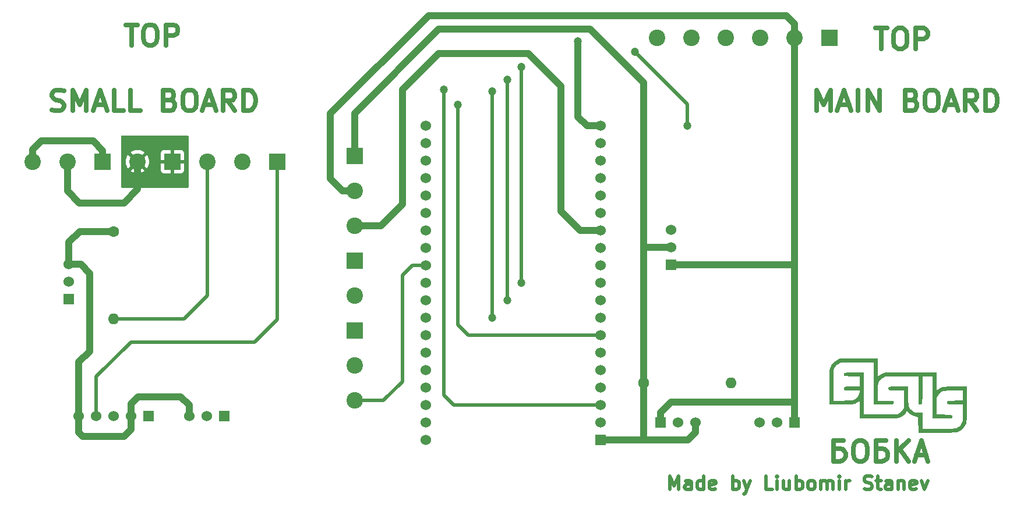
<source format=gbr>
%TF.GenerationSoftware,KiCad,Pcbnew,7.0.9*%
%TF.CreationDate,2024-02-04T14:24:29+02:00*%
%TF.ProjectId,Liubomir_Stanev_project,4c697562-6f6d-4697-925f-5374616e6576,rev?*%
%TF.SameCoordinates,Original*%
%TF.FileFunction,Copper,L1,Top*%
%TF.FilePolarity,Positive*%
%FSLAX46Y46*%
G04 Gerber Fmt 4.6, Leading zero omitted, Abs format (unit mm)*
G04 Created by KiCad (PCBNEW 7.0.9) date 2024-02-04 14:24:29*
%MOMM*%
%LPD*%
G01*
G04 APERTURE LIST*
%ADD10C,0.500000*%
%TA.AperFunction,NonConductor*%
%ADD11C,0.500000*%
%TD*%
%ADD12C,0.700000*%
%TA.AperFunction,NonConductor*%
%ADD13C,0.700000*%
%TD*%
%TA.AperFunction,ComponentPad*%
%ADD14R,1.530000X1.530000*%
%TD*%
%TA.AperFunction,ComponentPad*%
%ADD15C,1.530000*%
%TD*%
%TA.AperFunction,ComponentPad*%
%ADD16C,1.600000*%
%TD*%
%TA.AperFunction,ComponentPad*%
%ADD17O,1.600000X1.600000*%
%TD*%
%TA.AperFunction,ComponentPad*%
%ADD18R,2.400000X2.400000*%
%TD*%
%TA.AperFunction,ComponentPad*%
%ADD19C,2.400000*%
%TD*%
%TA.AperFunction,ViaPad*%
%ADD20C,1.200000*%
%TD*%
%TA.AperFunction,Conductor*%
%ADD21C,1.000000*%
%TD*%
%TA.AperFunction,Conductor*%
%ADD22C,0.500000*%
%TD*%
G04 APERTURE END LIST*
D10*
D11*
X146805137Y-110729238D02*
X146805137Y-108729238D01*
X146805137Y-108729238D02*
X147471804Y-110157809D01*
X147471804Y-110157809D02*
X148138470Y-108729238D01*
X148138470Y-108729238D02*
X148138470Y-110729238D01*
X149947994Y-110729238D02*
X149947994Y-109681619D01*
X149947994Y-109681619D02*
X149852756Y-109491142D01*
X149852756Y-109491142D02*
X149662280Y-109395904D01*
X149662280Y-109395904D02*
X149281327Y-109395904D01*
X149281327Y-109395904D02*
X149090851Y-109491142D01*
X149947994Y-110634000D02*
X149757518Y-110729238D01*
X149757518Y-110729238D02*
X149281327Y-110729238D01*
X149281327Y-110729238D02*
X149090851Y-110634000D01*
X149090851Y-110634000D02*
X148995613Y-110443523D01*
X148995613Y-110443523D02*
X148995613Y-110253047D01*
X148995613Y-110253047D02*
X149090851Y-110062571D01*
X149090851Y-110062571D02*
X149281327Y-109967333D01*
X149281327Y-109967333D02*
X149757518Y-109967333D01*
X149757518Y-109967333D02*
X149947994Y-109872095D01*
X151757518Y-110729238D02*
X151757518Y-108729238D01*
X151757518Y-110634000D02*
X151567042Y-110729238D01*
X151567042Y-110729238D02*
X151186089Y-110729238D01*
X151186089Y-110729238D02*
X150995613Y-110634000D01*
X150995613Y-110634000D02*
X150900375Y-110538761D01*
X150900375Y-110538761D02*
X150805137Y-110348285D01*
X150805137Y-110348285D02*
X150805137Y-109776857D01*
X150805137Y-109776857D02*
X150900375Y-109586380D01*
X150900375Y-109586380D02*
X150995613Y-109491142D01*
X150995613Y-109491142D02*
X151186089Y-109395904D01*
X151186089Y-109395904D02*
X151567042Y-109395904D01*
X151567042Y-109395904D02*
X151757518Y-109491142D01*
X153471804Y-110634000D02*
X153281328Y-110729238D01*
X153281328Y-110729238D02*
X152900375Y-110729238D01*
X152900375Y-110729238D02*
X152709899Y-110634000D01*
X152709899Y-110634000D02*
X152614661Y-110443523D01*
X152614661Y-110443523D02*
X152614661Y-109681619D01*
X152614661Y-109681619D02*
X152709899Y-109491142D01*
X152709899Y-109491142D02*
X152900375Y-109395904D01*
X152900375Y-109395904D02*
X153281328Y-109395904D01*
X153281328Y-109395904D02*
X153471804Y-109491142D01*
X153471804Y-109491142D02*
X153567042Y-109681619D01*
X153567042Y-109681619D02*
X153567042Y-109872095D01*
X153567042Y-109872095D02*
X152614661Y-110062571D01*
X155947995Y-110729238D02*
X155947995Y-108729238D01*
X155947995Y-109491142D02*
X156138471Y-109395904D01*
X156138471Y-109395904D02*
X156519424Y-109395904D01*
X156519424Y-109395904D02*
X156709900Y-109491142D01*
X156709900Y-109491142D02*
X156805138Y-109586380D01*
X156805138Y-109586380D02*
X156900376Y-109776857D01*
X156900376Y-109776857D02*
X156900376Y-110348285D01*
X156900376Y-110348285D02*
X156805138Y-110538761D01*
X156805138Y-110538761D02*
X156709900Y-110634000D01*
X156709900Y-110634000D02*
X156519424Y-110729238D01*
X156519424Y-110729238D02*
X156138471Y-110729238D01*
X156138471Y-110729238D02*
X155947995Y-110634000D01*
X157567043Y-109395904D02*
X158043233Y-110729238D01*
X158519424Y-109395904D02*
X158043233Y-110729238D01*
X158043233Y-110729238D02*
X157852757Y-111205428D01*
X157852757Y-111205428D02*
X157757519Y-111300666D01*
X157757519Y-111300666D02*
X157567043Y-111395904D01*
X161757520Y-110729238D02*
X160805139Y-110729238D01*
X160805139Y-110729238D02*
X160805139Y-108729238D01*
X162424187Y-110729238D02*
X162424187Y-109395904D01*
X162424187Y-108729238D02*
X162328949Y-108824476D01*
X162328949Y-108824476D02*
X162424187Y-108919714D01*
X162424187Y-108919714D02*
X162519425Y-108824476D01*
X162519425Y-108824476D02*
X162424187Y-108729238D01*
X162424187Y-108729238D02*
X162424187Y-108919714D01*
X164233711Y-109395904D02*
X164233711Y-110729238D01*
X163376568Y-109395904D02*
X163376568Y-110443523D01*
X163376568Y-110443523D02*
X163471806Y-110634000D01*
X163471806Y-110634000D02*
X163662282Y-110729238D01*
X163662282Y-110729238D02*
X163947997Y-110729238D01*
X163947997Y-110729238D02*
X164138473Y-110634000D01*
X164138473Y-110634000D02*
X164233711Y-110538761D01*
X165186092Y-110729238D02*
X165186092Y-108729238D01*
X165186092Y-109491142D02*
X165376568Y-109395904D01*
X165376568Y-109395904D02*
X165757521Y-109395904D01*
X165757521Y-109395904D02*
X165947997Y-109491142D01*
X165947997Y-109491142D02*
X166043235Y-109586380D01*
X166043235Y-109586380D02*
X166138473Y-109776857D01*
X166138473Y-109776857D02*
X166138473Y-110348285D01*
X166138473Y-110348285D02*
X166043235Y-110538761D01*
X166043235Y-110538761D02*
X165947997Y-110634000D01*
X165947997Y-110634000D02*
X165757521Y-110729238D01*
X165757521Y-110729238D02*
X165376568Y-110729238D01*
X165376568Y-110729238D02*
X165186092Y-110634000D01*
X167281330Y-110729238D02*
X167090854Y-110634000D01*
X167090854Y-110634000D02*
X166995616Y-110538761D01*
X166995616Y-110538761D02*
X166900378Y-110348285D01*
X166900378Y-110348285D02*
X166900378Y-109776857D01*
X166900378Y-109776857D02*
X166995616Y-109586380D01*
X166995616Y-109586380D02*
X167090854Y-109491142D01*
X167090854Y-109491142D02*
X167281330Y-109395904D01*
X167281330Y-109395904D02*
X167567045Y-109395904D01*
X167567045Y-109395904D02*
X167757521Y-109491142D01*
X167757521Y-109491142D02*
X167852759Y-109586380D01*
X167852759Y-109586380D02*
X167947997Y-109776857D01*
X167947997Y-109776857D02*
X167947997Y-110348285D01*
X167947997Y-110348285D02*
X167852759Y-110538761D01*
X167852759Y-110538761D02*
X167757521Y-110634000D01*
X167757521Y-110634000D02*
X167567045Y-110729238D01*
X167567045Y-110729238D02*
X167281330Y-110729238D01*
X168805140Y-110729238D02*
X168805140Y-109395904D01*
X168805140Y-109586380D02*
X168900378Y-109491142D01*
X168900378Y-109491142D02*
X169090854Y-109395904D01*
X169090854Y-109395904D02*
X169376569Y-109395904D01*
X169376569Y-109395904D02*
X169567045Y-109491142D01*
X169567045Y-109491142D02*
X169662283Y-109681619D01*
X169662283Y-109681619D02*
X169662283Y-110729238D01*
X169662283Y-109681619D02*
X169757521Y-109491142D01*
X169757521Y-109491142D02*
X169947997Y-109395904D01*
X169947997Y-109395904D02*
X170233711Y-109395904D01*
X170233711Y-109395904D02*
X170424188Y-109491142D01*
X170424188Y-109491142D02*
X170519426Y-109681619D01*
X170519426Y-109681619D02*
X170519426Y-110729238D01*
X171471807Y-110729238D02*
X171471807Y-109395904D01*
X171471807Y-108729238D02*
X171376569Y-108824476D01*
X171376569Y-108824476D02*
X171471807Y-108919714D01*
X171471807Y-108919714D02*
X171567045Y-108824476D01*
X171567045Y-108824476D02*
X171471807Y-108729238D01*
X171471807Y-108729238D02*
X171471807Y-108919714D01*
X172424188Y-110729238D02*
X172424188Y-109395904D01*
X172424188Y-109776857D02*
X172519426Y-109586380D01*
X172519426Y-109586380D02*
X172614664Y-109491142D01*
X172614664Y-109491142D02*
X172805140Y-109395904D01*
X172805140Y-109395904D02*
X172995617Y-109395904D01*
X175090855Y-110634000D02*
X175376569Y-110729238D01*
X175376569Y-110729238D02*
X175852760Y-110729238D01*
X175852760Y-110729238D02*
X176043236Y-110634000D01*
X176043236Y-110634000D02*
X176138474Y-110538761D01*
X176138474Y-110538761D02*
X176233712Y-110348285D01*
X176233712Y-110348285D02*
X176233712Y-110157809D01*
X176233712Y-110157809D02*
X176138474Y-109967333D01*
X176138474Y-109967333D02*
X176043236Y-109872095D01*
X176043236Y-109872095D02*
X175852760Y-109776857D01*
X175852760Y-109776857D02*
X175471807Y-109681619D01*
X175471807Y-109681619D02*
X175281331Y-109586380D01*
X175281331Y-109586380D02*
X175186093Y-109491142D01*
X175186093Y-109491142D02*
X175090855Y-109300666D01*
X175090855Y-109300666D02*
X175090855Y-109110190D01*
X175090855Y-109110190D02*
X175186093Y-108919714D01*
X175186093Y-108919714D02*
X175281331Y-108824476D01*
X175281331Y-108824476D02*
X175471807Y-108729238D01*
X175471807Y-108729238D02*
X175947998Y-108729238D01*
X175947998Y-108729238D02*
X176233712Y-108824476D01*
X176805141Y-109395904D02*
X177567045Y-109395904D01*
X177090855Y-108729238D02*
X177090855Y-110443523D01*
X177090855Y-110443523D02*
X177186093Y-110634000D01*
X177186093Y-110634000D02*
X177376569Y-110729238D01*
X177376569Y-110729238D02*
X177567045Y-110729238D01*
X179090855Y-110729238D02*
X179090855Y-109681619D01*
X179090855Y-109681619D02*
X178995617Y-109491142D01*
X178995617Y-109491142D02*
X178805141Y-109395904D01*
X178805141Y-109395904D02*
X178424188Y-109395904D01*
X178424188Y-109395904D02*
X178233712Y-109491142D01*
X179090855Y-110634000D02*
X178900379Y-110729238D01*
X178900379Y-110729238D02*
X178424188Y-110729238D01*
X178424188Y-110729238D02*
X178233712Y-110634000D01*
X178233712Y-110634000D02*
X178138474Y-110443523D01*
X178138474Y-110443523D02*
X178138474Y-110253047D01*
X178138474Y-110253047D02*
X178233712Y-110062571D01*
X178233712Y-110062571D02*
X178424188Y-109967333D01*
X178424188Y-109967333D02*
X178900379Y-109967333D01*
X178900379Y-109967333D02*
X179090855Y-109872095D01*
X180043236Y-109395904D02*
X180043236Y-110729238D01*
X180043236Y-109586380D02*
X180138474Y-109491142D01*
X180138474Y-109491142D02*
X180328950Y-109395904D01*
X180328950Y-109395904D02*
X180614665Y-109395904D01*
X180614665Y-109395904D02*
X180805141Y-109491142D01*
X180805141Y-109491142D02*
X180900379Y-109681619D01*
X180900379Y-109681619D02*
X180900379Y-110729238D01*
X182614665Y-110634000D02*
X182424189Y-110729238D01*
X182424189Y-110729238D02*
X182043236Y-110729238D01*
X182043236Y-110729238D02*
X181852760Y-110634000D01*
X181852760Y-110634000D02*
X181757522Y-110443523D01*
X181757522Y-110443523D02*
X181757522Y-109681619D01*
X181757522Y-109681619D02*
X181852760Y-109491142D01*
X181852760Y-109491142D02*
X182043236Y-109395904D01*
X182043236Y-109395904D02*
X182424189Y-109395904D01*
X182424189Y-109395904D02*
X182614665Y-109491142D01*
X182614665Y-109491142D02*
X182709903Y-109681619D01*
X182709903Y-109681619D02*
X182709903Y-109872095D01*
X182709903Y-109872095D02*
X181757522Y-110062571D01*
X183376570Y-109395904D02*
X183852760Y-110729238D01*
X183852760Y-110729238D02*
X184328951Y-109395904D01*
D12*
D13*
X168174811Y-55596457D02*
X168174811Y-52596457D01*
X168174811Y-52596457D02*
X169174811Y-54739314D01*
X169174811Y-54739314D02*
X170174811Y-52596457D01*
X170174811Y-52596457D02*
X170174811Y-55596457D01*
X171460525Y-54739314D02*
X172889097Y-54739314D01*
X171174811Y-55596457D02*
X172174811Y-52596457D01*
X172174811Y-52596457D02*
X173174811Y-55596457D01*
X174174811Y-55596457D02*
X174174811Y-52596457D01*
X175603382Y-55596457D02*
X175603382Y-52596457D01*
X175603382Y-52596457D02*
X177317668Y-55596457D01*
X177317668Y-55596457D02*
X177317668Y-52596457D01*
X182031953Y-54025028D02*
X182460525Y-54167885D01*
X182460525Y-54167885D02*
X182603382Y-54310742D01*
X182603382Y-54310742D02*
X182746239Y-54596457D01*
X182746239Y-54596457D02*
X182746239Y-55025028D01*
X182746239Y-55025028D02*
X182603382Y-55310742D01*
X182603382Y-55310742D02*
X182460525Y-55453600D01*
X182460525Y-55453600D02*
X182174810Y-55596457D01*
X182174810Y-55596457D02*
X181031953Y-55596457D01*
X181031953Y-55596457D02*
X181031953Y-52596457D01*
X181031953Y-52596457D02*
X182031953Y-52596457D01*
X182031953Y-52596457D02*
X182317668Y-52739314D01*
X182317668Y-52739314D02*
X182460525Y-52882171D01*
X182460525Y-52882171D02*
X182603382Y-53167885D01*
X182603382Y-53167885D02*
X182603382Y-53453600D01*
X182603382Y-53453600D02*
X182460525Y-53739314D01*
X182460525Y-53739314D02*
X182317668Y-53882171D01*
X182317668Y-53882171D02*
X182031953Y-54025028D01*
X182031953Y-54025028D02*
X181031953Y-54025028D01*
X184603382Y-52596457D02*
X185174810Y-52596457D01*
X185174810Y-52596457D02*
X185460525Y-52739314D01*
X185460525Y-52739314D02*
X185746239Y-53025028D01*
X185746239Y-53025028D02*
X185889096Y-53596457D01*
X185889096Y-53596457D02*
X185889096Y-54596457D01*
X185889096Y-54596457D02*
X185746239Y-55167885D01*
X185746239Y-55167885D02*
X185460525Y-55453600D01*
X185460525Y-55453600D02*
X185174810Y-55596457D01*
X185174810Y-55596457D02*
X184603382Y-55596457D01*
X184603382Y-55596457D02*
X184317668Y-55453600D01*
X184317668Y-55453600D02*
X184031953Y-55167885D01*
X184031953Y-55167885D02*
X183889096Y-54596457D01*
X183889096Y-54596457D02*
X183889096Y-53596457D01*
X183889096Y-53596457D02*
X184031953Y-53025028D01*
X184031953Y-53025028D02*
X184317668Y-52739314D01*
X184317668Y-52739314D02*
X184603382Y-52596457D01*
X187031953Y-54739314D02*
X188460525Y-54739314D01*
X186746239Y-55596457D02*
X187746239Y-52596457D01*
X187746239Y-52596457D02*
X188746239Y-55596457D01*
X191460525Y-55596457D02*
X190460525Y-54167885D01*
X189746239Y-55596457D02*
X189746239Y-52596457D01*
X189746239Y-52596457D02*
X190889096Y-52596457D01*
X190889096Y-52596457D02*
X191174811Y-52739314D01*
X191174811Y-52739314D02*
X191317668Y-52882171D01*
X191317668Y-52882171D02*
X191460525Y-53167885D01*
X191460525Y-53167885D02*
X191460525Y-53596457D01*
X191460525Y-53596457D02*
X191317668Y-53882171D01*
X191317668Y-53882171D02*
X191174811Y-54025028D01*
X191174811Y-54025028D02*
X190889096Y-54167885D01*
X190889096Y-54167885D02*
X189746239Y-54167885D01*
X192746239Y-55596457D02*
X192746239Y-52596457D01*
X192746239Y-52596457D02*
X193460525Y-52596457D01*
X193460525Y-52596457D02*
X193889096Y-52739314D01*
X193889096Y-52739314D02*
X194174811Y-53025028D01*
X194174811Y-53025028D02*
X194317668Y-53310742D01*
X194317668Y-53310742D02*
X194460525Y-53882171D01*
X194460525Y-53882171D02*
X194460525Y-54310742D01*
X194460525Y-54310742D02*
X194317668Y-54882171D01*
X194317668Y-54882171D02*
X194174811Y-55167885D01*
X194174811Y-55167885D02*
X193889096Y-55453600D01*
X193889096Y-55453600D02*
X193460525Y-55596457D01*
X193460525Y-55596457D02*
X192746239Y-55596457D01*
D12*
D13*
X57031954Y-55453600D02*
X57460526Y-55596457D01*
X57460526Y-55596457D02*
X58174811Y-55596457D01*
X58174811Y-55596457D02*
X58460526Y-55453600D01*
X58460526Y-55453600D02*
X58603383Y-55310742D01*
X58603383Y-55310742D02*
X58746240Y-55025028D01*
X58746240Y-55025028D02*
X58746240Y-54739314D01*
X58746240Y-54739314D02*
X58603383Y-54453600D01*
X58603383Y-54453600D02*
X58460526Y-54310742D01*
X58460526Y-54310742D02*
X58174811Y-54167885D01*
X58174811Y-54167885D02*
X57603383Y-54025028D01*
X57603383Y-54025028D02*
X57317668Y-53882171D01*
X57317668Y-53882171D02*
X57174811Y-53739314D01*
X57174811Y-53739314D02*
X57031954Y-53453600D01*
X57031954Y-53453600D02*
X57031954Y-53167885D01*
X57031954Y-53167885D02*
X57174811Y-52882171D01*
X57174811Y-52882171D02*
X57317668Y-52739314D01*
X57317668Y-52739314D02*
X57603383Y-52596457D01*
X57603383Y-52596457D02*
X58317668Y-52596457D01*
X58317668Y-52596457D02*
X58746240Y-52739314D01*
X60031954Y-55596457D02*
X60031954Y-52596457D01*
X60031954Y-52596457D02*
X61031954Y-54739314D01*
X61031954Y-54739314D02*
X62031954Y-52596457D01*
X62031954Y-52596457D02*
X62031954Y-55596457D01*
X63317668Y-54739314D02*
X64746240Y-54739314D01*
X63031954Y-55596457D02*
X64031954Y-52596457D01*
X64031954Y-52596457D02*
X65031954Y-55596457D01*
X67460526Y-55596457D02*
X66031954Y-55596457D01*
X66031954Y-55596457D02*
X66031954Y-52596457D01*
X69889097Y-55596457D02*
X68460525Y-55596457D01*
X68460525Y-55596457D02*
X68460525Y-52596457D01*
X74174810Y-54025028D02*
X74603382Y-54167885D01*
X74603382Y-54167885D02*
X74746239Y-54310742D01*
X74746239Y-54310742D02*
X74889096Y-54596457D01*
X74889096Y-54596457D02*
X74889096Y-55025028D01*
X74889096Y-55025028D02*
X74746239Y-55310742D01*
X74746239Y-55310742D02*
X74603382Y-55453600D01*
X74603382Y-55453600D02*
X74317667Y-55596457D01*
X74317667Y-55596457D02*
X73174810Y-55596457D01*
X73174810Y-55596457D02*
X73174810Y-52596457D01*
X73174810Y-52596457D02*
X74174810Y-52596457D01*
X74174810Y-52596457D02*
X74460525Y-52739314D01*
X74460525Y-52739314D02*
X74603382Y-52882171D01*
X74603382Y-52882171D02*
X74746239Y-53167885D01*
X74746239Y-53167885D02*
X74746239Y-53453600D01*
X74746239Y-53453600D02*
X74603382Y-53739314D01*
X74603382Y-53739314D02*
X74460525Y-53882171D01*
X74460525Y-53882171D02*
X74174810Y-54025028D01*
X74174810Y-54025028D02*
X73174810Y-54025028D01*
X76746239Y-52596457D02*
X77317667Y-52596457D01*
X77317667Y-52596457D02*
X77603382Y-52739314D01*
X77603382Y-52739314D02*
X77889096Y-53025028D01*
X77889096Y-53025028D02*
X78031953Y-53596457D01*
X78031953Y-53596457D02*
X78031953Y-54596457D01*
X78031953Y-54596457D02*
X77889096Y-55167885D01*
X77889096Y-55167885D02*
X77603382Y-55453600D01*
X77603382Y-55453600D02*
X77317667Y-55596457D01*
X77317667Y-55596457D02*
X76746239Y-55596457D01*
X76746239Y-55596457D02*
X76460525Y-55453600D01*
X76460525Y-55453600D02*
X76174810Y-55167885D01*
X76174810Y-55167885D02*
X76031953Y-54596457D01*
X76031953Y-54596457D02*
X76031953Y-53596457D01*
X76031953Y-53596457D02*
X76174810Y-53025028D01*
X76174810Y-53025028D02*
X76460525Y-52739314D01*
X76460525Y-52739314D02*
X76746239Y-52596457D01*
X79174810Y-54739314D02*
X80603382Y-54739314D01*
X78889096Y-55596457D02*
X79889096Y-52596457D01*
X79889096Y-52596457D02*
X80889096Y-55596457D01*
X83603382Y-55596457D02*
X82603382Y-54167885D01*
X81889096Y-55596457D02*
X81889096Y-52596457D01*
X81889096Y-52596457D02*
X83031953Y-52596457D01*
X83031953Y-52596457D02*
X83317668Y-52739314D01*
X83317668Y-52739314D02*
X83460525Y-52882171D01*
X83460525Y-52882171D02*
X83603382Y-53167885D01*
X83603382Y-53167885D02*
X83603382Y-53596457D01*
X83603382Y-53596457D02*
X83460525Y-53882171D01*
X83460525Y-53882171D02*
X83317668Y-54025028D01*
X83317668Y-54025028D02*
X83031953Y-54167885D01*
X83031953Y-54167885D02*
X81889096Y-54167885D01*
X84889096Y-55596457D02*
X84889096Y-52596457D01*
X84889096Y-52596457D02*
X85603382Y-52596457D01*
X85603382Y-52596457D02*
X86031953Y-52739314D01*
X86031953Y-52739314D02*
X86317668Y-53025028D01*
X86317668Y-53025028D02*
X86460525Y-53310742D01*
X86460525Y-53310742D02*
X86603382Y-53882171D01*
X86603382Y-53882171D02*
X86603382Y-54310742D01*
X86603382Y-54310742D02*
X86460525Y-54882171D01*
X86460525Y-54882171D02*
X86317668Y-55167885D01*
X86317668Y-55167885D02*
X86031953Y-55453600D01*
X86031953Y-55453600D02*
X85603382Y-55596457D01*
X85603382Y-55596457D02*
X84889096Y-55596457D01*
D12*
D13*
X67746240Y-43096457D02*
X69460526Y-43096457D01*
X68603383Y-46096457D02*
X68603383Y-43096457D01*
X71031954Y-43096457D02*
X71603382Y-43096457D01*
X71603382Y-43096457D02*
X71889097Y-43239314D01*
X71889097Y-43239314D02*
X72174811Y-43525028D01*
X72174811Y-43525028D02*
X72317668Y-44096457D01*
X72317668Y-44096457D02*
X72317668Y-45096457D01*
X72317668Y-45096457D02*
X72174811Y-45667885D01*
X72174811Y-45667885D02*
X71889097Y-45953600D01*
X71889097Y-45953600D02*
X71603382Y-46096457D01*
X71603382Y-46096457D02*
X71031954Y-46096457D01*
X71031954Y-46096457D02*
X70746240Y-45953600D01*
X70746240Y-45953600D02*
X70460525Y-45667885D01*
X70460525Y-45667885D02*
X70317668Y-45096457D01*
X70317668Y-45096457D02*
X70317668Y-44096457D01*
X70317668Y-44096457D02*
X70460525Y-43525028D01*
X70460525Y-43525028D02*
X70746240Y-43239314D01*
X70746240Y-43239314D02*
X71031954Y-43096457D01*
X73603382Y-46096457D02*
X73603382Y-43096457D01*
X73603382Y-43096457D02*
X74746239Y-43096457D01*
X74746239Y-43096457D02*
X75031954Y-43239314D01*
X75031954Y-43239314D02*
X75174811Y-43382171D01*
X75174811Y-43382171D02*
X75317668Y-43667885D01*
X75317668Y-43667885D02*
X75317668Y-44096457D01*
X75317668Y-44096457D02*
X75174811Y-44382171D01*
X75174811Y-44382171D02*
X75031954Y-44525028D01*
X75031954Y-44525028D02*
X74746239Y-44667885D01*
X74746239Y-44667885D02*
X73603382Y-44667885D01*
D12*
D13*
X176746240Y-43596457D02*
X178460526Y-43596457D01*
X177603383Y-46596457D02*
X177603383Y-43596457D01*
X180031954Y-43596457D02*
X180603382Y-43596457D01*
X180603382Y-43596457D02*
X180889097Y-43739314D01*
X180889097Y-43739314D02*
X181174811Y-44025028D01*
X181174811Y-44025028D02*
X181317668Y-44596457D01*
X181317668Y-44596457D02*
X181317668Y-45596457D01*
X181317668Y-45596457D02*
X181174811Y-46167885D01*
X181174811Y-46167885D02*
X180889097Y-46453600D01*
X180889097Y-46453600D02*
X180603382Y-46596457D01*
X180603382Y-46596457D02*
X180031954Y-46596457D01*
X180031954Y-46596457D02*
X179746240Y-46453600D01*
X179746240Y-46453600D02*
X179460525Y-46167885D01*
X179460525Y-46167885D02*
X179317668Y-45596457D01*
X179317668Y-45596457D02*
X179317668Y-44596457D01*
X179317668Y-44596457D02*
X179460525Y-44025028D01*
X179460525Y-44025028D02*
X179746240Y-43739314D01*
X179746240Y-43739314D02*
X180031954Y-43596457D01*
X182603382Y-46596457D02*
X182603382Y-43596457D01*
X182603382Y-43596457D02*
X183746239Y-43596457D01*
X183746239Y-43596457D02*
X184031954Y-43739314D01*
X184031954Y-43739314D02*
X184174811Y-43882171D01*
X184174811Y-43882171D02*
X184317668Y-44167885D01*
X184317668Y-44167885D02*
X184317668Y-44596457D01*
X184317668Y-44596457D02*
X184174811Y-44882171D01*
X184174811Y-44882171D02*
X184031954Y-45025028D01*
X184031954Y-45025028D02*
X183746239Y-45167885D01*
X183746239Y-45167885D02*
X182603382Y-45167885D01*
D12*
D13*
X172103383Y-103596457D02*
X170674811Y-103596457D01*
X170674811Y-103596457D02*
X170674811Y-106596457D01*
X170674811Y-106596457D02*
X171531954Y-106596457D01*
X171531954Y-106596457D02*
X171960526Y-106453600D01*
X171960526Y-106453600D02*
X172246240Y-106167885D01*
X172246240Y-106167885D02*
X172389097Y-105882171D01*
X172389097Y-105882171D02*
X172389097Y-105453600D01*
X172389097Y-105453600D02*
X172246240Y-105167885D01*
X172246240Y-105167885D02*
X171960526Y-104882171D01*
X171960526Y-104882171D02*
X171531954Y-104739314D01*
X171531954Y-104739314D02*
X170674811Y-104739314D01*
X174246240Y-103596457D02*
X174817668Y-103596457D01*
X174817668Y-103596457D02*
X175103383Y-103739314D01*
X175103383Y-103739314D02*
X175389097Y-104025028D01*
X175389097Y-104025028D02*
X175531954Y-104596457D01*
X175531954Y-104596457D02*
X175531954Y-105596457D01*
X175531954Y-105596457D02*
X175389097Y-106167885D01*
X175389097Y-106167885D02*
X175103383Y-106453600D01*
X175103383Y-106453600D02*
X174817668Y-106596457D01*
X174817668Y-106596457D02*
X174246240Y-106596457D01*
X174246240Y-106596457D02*
X173960526Y-106453600D01*
X173960526Y-106453600D02*
X173674811Y-106167885D01*
X173674811Y-106167885D02*
X173531954Y-105596457D01*
X173531954Y-105596457D02*
X173531954Y-104596457D01*
X173531954Y-104596457D02*
X173674811Y-104025028D01*
X173674811Y-104025028D02*
X173960526Y-103739314D01*
X173960526Y-103739314D02*
X174246240Y-103596457D01*
X178246240Y-103596457D02*
X176817668Y-103596457D01*
X176817668Y-103596457D02*
X176817668Y-106596457D01*
X176817668Y-106596457D02*
X177674811Y-106596457D01*
X177674811Y-106596457D02*
X178103383Y-106453600D01*
X178103383Y-106453600D02*
X178389097Y-106167885D01*
X178389097Y-106167885D02*
X178531954Y-105882171D01*
X178531954Y-105882171D02*
X178531954Y-105453600D01*
X178531954Y-105453600D02*
X178389097Y-105167885D01*
X178389097Y-105167885D02*
X178103383Y-104882171D01*
X178103383Y-104882171D02*
X177674811Y-104739314D01*
X177674811Y-104739314D02*
X176817668Y-104739314D01*
X179817668Y-106596457D02*
X179817668Y-103596457D01*
X181531954Y-106596457D02*
X180246240Y-104882171D01*
X181531954Y-103596457D02*
X179817668Y-105310742D01*
X182674811Y-105739314D02*
X184103383Y-105739314D01*
X182389097Y-106596457D02*
X183389097Y-103596457D01*
X183389097Y-103596457D02*
X184389097Y-106596457D01*
%TA.AperFunction,EtchedComponent*%
%TO.C,G\u002A\u002A\u002A*%
G36*
X177077406Y-94241926D02*
G01*
X177324813Y-94071705D01*
X177527206Y-93947473D01*
X177752695Y-93830291D01*
X177842909Y-93790178D01*
X177897606Y-93768691D01*
X177954940Y-93750120D01*
X178022776Y-93734215D01*
X178108980Y-93720728D01*
X178221416Y-93709410D01*
X178367949Y-93700012D01*
X178556445Y-93692286D01*
X178794769Y-93685982D01*
X179090787Y-93680853D01*
X179452362Y-93676649D01*
X179887360Y-93673121D01*
X180403647Y-93670021D01*
X181009087Y-93667100D01*
X181711546Y-93664110D01*
X181846548Y-93663555D01*
X185579498Y-93648239D01*
X185579498Y-96309028D01*
X185846631Y-96117112D01*
X185995273Y-96015085D01*
X186137142Y-95932348D01*
X186285265Y-95866902D01*
X186452667Y-95816744D01*
X186652372Y-95779873D01*
X186897406Y-95754288D01*
X187200795Y-95737987D01*
X187575564Y-95728969D01*
X188034738Y-95725232D01*
X188400550Y-95724686D01*
X190043096Y-95724686D01*
X190042694Y-98049477D01*
X190041809Y-98676638D01*
X190038866Y-99207705D01*
X190033090Y-99652854D01*
X190023700Y-100022262D01*
X190009920Y-100326101D01*
X189990971Y-100574550D01*
X189966075Y-100777781D01*
X189934454Y-100945972D01*
X189895329Y-101089297D01*
X189847923Y-101217931D01*
X189791458Y-101342051D01*
X189790797Y-101343401D01*
X189609352Y-101625099D01*
X189356115Y-101899635D01*
X189063172Y-102137398D01*
X188762609Y-102308779D01*
X188729766Y-102322587D01*
X188659571Y-102350268D01*
X188591422Y-102373546D01*
X188515772Y-102392860D01*
X188423074Y-102408651D01*
X188303782Y-102421359D01*
X188148351Y-102431423D01*
X187947232Y-102439283D01*
X187690881Y-102445379D01*
X187369750Y-102450152D01*
X186974294Y-102454040D01*
X186494965Y-102457485D01*
X185922218Y-102460925D01*
X185700101Y-102462197D01*
X182977817Y-102477741D01*
X182949163Y-100170971D01*
X182612041Y-100102236D01*
X182186980Y-99979408D01*
X181827231Y-99791804D01*
X181531765Y-99551662D01*
X181277304Y-99306394D01*
X181103610Y-99564288D01*
X180954144Y-99744207D01*
X180756526Y-99927751D01*
X180619019Y-100031333D01*
X180500396Y-100110399D01*
X180392212Y-100177296D01*
X180284769Y-100233041D01*
X180168366Y-100278651D01*
X180033305Y-100315142D01*
X179869886Y-100343532D01*
X179668409Y-100364838D01*
X179419176Y-100380076D01*
X179112486Y-100390263D01*
X178738640Y-100396415D01*
X178287940Y-100399551D01*
X177750684Y-100400686D01*
X177117175Y-100400837D01*
X174420502Y-100400837D01*
X174420502Y-97797248D01*
X174168096Y-97978084D01*
X174025026Y-98076746D01*
X173890664Y-98156562D01*
X173751918Y-98219518D01*
X173595697Y-98267600D01*
X173408907Y-98302795D01*
X173178457Y-98327090D01*
X172891255Y-98342470D01*
X172534209Y-98350923D01*
X172094226Y-98354434D01*
X171683891Y-98355021D01*
X170036611Y-98355021D01*
X170033045Y-97803603D01*
X170594560Y-97803603D01*
X171962866Y-97787052D01*
X172384667Y-97781391D01*
X172714622Y-97775067D01*
X172967160Y-97766922D01*
X173156710Y-97755799D01*
X173297701Y-97740539D01*
X173404562Y-97719986D01*
X173491722Y-97692981D01*
X173573609Y-97658367D01*
X173575043Y-97657705D01*
X173904848Y-97448560D01*
X174169412Y-97163139D01*
X174356976Y-96817004D01*
X174443400Y-96508473D01*
X174478456Y-96309205D01*
X173390513Y-96309205D01*
X172993341Y-96307849D01*
X172689897Y-96301836D01*
X172467648Y-96288247D01*
X172314057Y-96264162D01*
X172216593Y-96226662D01*
X172162720Y-96172829D01*
X172139905Y-96099744D01*
X172135565Y-96016946D01*
X172141394Y-95924420D01*
X172167241Y-95853737D01*
X172225644Y-95801975D01*
X172329141Y-95766211D01*
X172490271Y-95743523D01*
X172721572Y-95730990D01*
X173035581Y-95725689D01*
X173389604Y-95724686D01*
X174476639Y-95724686D01*
X174461855Y-94994038D01*
X174447071Y-94263389D01*
X173361824Y-94248975D01*
X172950796Y-94240606D01*
X172623006Y-94227734D01*
X172384838Y-94210763D01*
X172242677Y-94190094D01*
X172206071Y-94176046D01*
X172149551Y-94071372D01*
X172139701Y-93926618D01*
X172177448Y-93797631D01*
X172199330Y-93769205D01*
X172254994Y-93747879D01*
X172379517Y-93731293D01*
X172580631Y-93719104D01*
X172866068Y-93710968D01*
X173243562Y-93706542D01*
X173634058Y-93705440D01*
X175005021Y-93705440D01*
X175005021Y-99816318D01*
X177356380Y-99816022D01*
X177955968Y-99814659D01*
X178488232Y-99810826D01*
X178946598Y-99804664D01*
X179324487Y-99796317D01*
X179615323Y-99785926D01*
X179812530Y-99773635D01*
X179905666Y-99760757D01*
X180160844Y-99646258D01*
X180415289Y-99456091D01*
X180637113Y-99216193D01*
X180716225Y-99101468D01*
X180876778Y-98841961D01*
X180908716Y-96309205D01*
X179843270Y-96309205D01*
X179479129Y-96308567D01*
X179206145Y-96305739D01*
X179009203Y-96299349D01*
X178873188Y-96288027D01*
X178782984Y-96270401D01*
X178723476Y-96245102D01*
X178679547Y-96210757D01*
X178671548Y-96202929D01*
X178578810Y-96067669D01*
X178589552Y-95939280D01*
X178671548Y-95830963D01*
X178709258Y-95798398D01*
X178757958Y-95773253D01*
X178830777Y-95754572D01*
X178940845Y-95741400D01*
X179101289Y-95732782D01*
X179325240Y-95727763D01*
X179625826Y-95725389D01*
X180016177Y-95724705D01*
X180132845Y-95724686D01*
X181487866Y-95724686D01*
X181487866Y-97024576D01*
X181489972Y-97498445D01*
X181498269Y-97880199D01*
X181515721Y-98183948D01*
X181545295Y-98423804D01*
X181589956Y-98613880D01*
X181652669Y-98768286D01*
X181736401Y-98901134D01*
X181844116Y-99026535D01*
X181925747Y-99108182D01*
X182125911Y-99285321D01*
X182312300Y-99405325D01*
X182515980Y-99480227D01*
X182768019Y-99522059D01*
X183042154Y-99540543D01*
X183560251Y-99562988D01*
X183560251Y-101892798D01*
X185964749Y-101877466D01*
X186533011Y-101873722D01*
X187004970Y-101870058D01*
X187390597Y-101865972D01*
X187699863Y-101860959D01*
X187942739Y-101854518D01*
X188129196Y-101846144D01*
X188269205Y-101835335D01*
X188372737Y-101821587D01*
X188449764Y-101804399D01*
X188510257Y-101783265D01*
X188564186Y-101757685D01*
X188587988Y-101745113D01*
X188882554Y-101558238D01*
X189100128Y-101344890D01*
X189269956Y-101075795D01*
X189283163Y-101049339D01*
X189432008Y-100746234D01*
X189432008Y-98355021D01*
X188346761Y-98340607D01*
X187935733Y-98332238D01*
X187607943Y-98319366D01*
X187369775Y-98302394D01*
X187227614Y-98281726D01*
X187191008Y-98267678D01*
X187134285Y-98162723D01*
X187124867Y-98018613D01*
X187162756Y-97891357D01*
X187191008Y-97857845D01*
X187272329Y-97835147D01*
X187453499Y-97815903D01*
X187728132Y-97800516D01*
X188089844Y-97789390D01*
X188346761Y-97784916D01*
X189432008Y-97770502D01*
X189446813Y-97036674D01*
X189461618Y-96302845D01*
X188038654Y-96319310D01*
X187574074Y-96325513D01*
X187201881Y-96334420D01*
X186908186Y-96349370D01*
X186679100Y-96373702D01*
X186500737Y-96410754D01*
X186359208Y-96463865D01*
X186240624Y-96536374D01*
X186131098Y-96631618D01*
X186016741Y-96752937D01*
X185957689Y-96819556D01*
X185842738Y-96960455D01*
X185753401Y-97100948D01*
X185686541Y-97256719D01*
X185639021Y-97443453D01*
X185607703Y-97676835D01*
X185589449Y-97972550D01*
X185581121Y-98346282D01*
X185579498Y-98710063D01*
X185579498Y-99816318D01*
X186630436Y-99816318D01*
X187035846Y-99818511D01*
X187347136Y-99826917D01*
X187576408Y-99844275D01*
X187735760Y-99873327D01*
X187837293Y-99916811D01*
X187893106Y-99977469D01*
X187915301Y-100058039D01*
X187917573Y-100107795D01*
X187913637Y-100192937D01*
X187894193Y-100259773D01*
X187847784Y-100310515D01*
X187762955Y-100347373D01*
X187628249Y-100372560D01*
X187432211Y-100388288D01*
X187163386Y-100396769D01*
X186810316Y-100400214D01*
X186399774Y-100400837D01*
X185048980Y-100400837D01*
X185021548Y-94263389D01*
X184290899Y-94248605D01*
X183560251Y-94233821D01*
X183560251Y-96144832D01*
X183558882Y-96600797D01*
X183554981Y-97022922D01*
X183548849Y-97398793D01*
X183540794Y-97715996D01*
X183531117Y-97962120D01*
X183520125Y-98124751D01*
X183510157Y-98187601D01*
X183414126Y-98318497D01*
X183273540Y-98361522D01*
X183112955Y-98309540D01*
X183105975Y-98305065D01*
X182975732Y-98219726D01*
X182975732Y-94231784D01*
X180571234Y-94247586D01*
X178166736Y-94263389D01*
X177893720Y-94407394D01*
X177697685Y-94533920D01*
X177507730Y-94692874D01*
X177431646Y-94772272D01*
X177324375Y-94906392D01*
X177241016Y-95038249D01*
X177178611Y-95183415D01*
X177134205Y-95357461D01*
X177104839Y-95575961D01*
X177087555Y-95854485D01*
X177079397Y-96208607D01*
X177077406Y-96637500D01*
X177077406Y-97797071D01*
X178162940Y-97797071D01*
X178539161Y-97798183D01*
X178823110Y-97802182D01*
X179028776Y-97810070D01*
X179170145Y-97822844D01*
X179261207Y-97841504D01*
X179315948Y-97867050D01*
X179331978Y-97880574D01*
X179408487Y-98013014D01*
X179387058Y-98169326D01*
X179360473Y-98225669D01*
X179338968Y-98256613D01*
X179303334Y-98280644D01*
X179241191Y-98298631D01*
X179140161Y-98311446D01*
X178987865Y-98319960D01*
X178771925Y-98325042D01*
X178479963Y-98327564D01*
X178099599Y-98328397D01*
X177899176Y-98328452D01*
X176492887Y-98328452D01*
X176492887Y-92217573D01*
X174114958Y-92218093D01*
X171737029Y-92218612D01*
X171471339Y-92342886D01*
X171281168Y-92456374D01*
X171083819Y-92611500D01*
X170983369Y-92709287D01*
X170893381Y-92810410D01*
X170818461Y-92907291D01*
X170757230Y-93010389D01*
X170708309Y-93130164D01*
X170670318Y-93277074D01*
X170641879Y-93461578D01*
X170621612Y-93694136D01*
X170608137Y-93985207D01*
X170600077Y-94345250D01*
X170596052Y-94784723D01*
X170594682Y-95314086D01*
X170594560Y-95657890D01*
X170594560Y-97803603D01*
X170033045Y-97803603D01*
X170021490Y-96016946D01*
X170018639Y-95329643D01*
X170019562Y-94737874D01*
X170024226Y-94243666D01*
X170032599Y-93849046D01*
X170044646Y-93556043D01*
X170060336Y-93366683D01*
X170065166Y-93333740D01*
X170193168Y-92883520D01*
X170412279Y-92485110D01*
X170717338Y-92145302D01*
X171103184Y-91870889D01*
X171225780Y-91806312D01*
X171524477Y-91659624D01*
X174300941Y-91644534D01*
X177077406Y-91629445D01*
X177077406Y-94241926D01*
G37*
%TD.AperFunction*%
%TD*%
D14*
%TO.P,U5,1,GND*%
%TO.N,GND*%
X145460000Y-101000000D03*
D15*
%TO.P,U5,2,DQ*%
%TO.N,/water_temp*%
X148000000Y-101000000D03*
%TO.P,U5,3,V_{DD}*%
%TO.N,+3.3V*%
X150540000Y-101000000D03*
%TD*%
D16*
%TO.P,R1,1*%
%TO.N,+3V3*%
X66000000Y-73150000D03*
D17*
%TO.P,R1,2*%
%TO.N,/air_temp*%
X66000000Y-85850000D03*
%TD*%
D18*
%TO.P,J4,1,Pin_1*%
%TO.N,+3.3V*%
X101000000Y-62220000D03*
D19*
%TO.P,J4,2,Pin_2*%
%TO.N,GND*%
X101000000Y-67300000D03*
%TO.P,J4,3,Pin_3*%
%TO.N,/uv_ref_main*%
X101000000Y-72380000D03*
%TD*%
D14*
%TO.P,U2,1,OUT*%
%TO.N,/brightness_out*%
X82040000Y-100000000D03*
D15*
%TO.P,U2,2,GND*%
%TO.N,GND1*%
X79500000Y-100000000D03*
%TO.P,U2,3,VCC*%
%TO.N,+3V3*%
X76960000Y-100000000D03*
%TD*%
D18*
%TO.P,U8,1,VCC*%
%TO.N,+5V*%
X170000000Y-45000000D03*
D19*
%TO.P,U8,2,GND*%
%TO.N,GND*%
X165000000Y-45000000D03*
%TO.P,U8,3,In1*%
%TO.N,/relay_brightness_lamp*%
X160000000Y-45000000D03*
%TO.P,U8,4,In2*%
%TO.N,/relay_uv_lamp*%
X155000000Y-45000000D03*
%TO.P,U8,5,In3*%
%TO.N,unconnected-(U8-In3-Pad5)*%
X150000000Y-45000000D03*
%TO.P,U8,6,In4*%
%TO.N,/relay_heater*%
X145000000Y-45000000D03*
%TD*%
D14*
%TO.P,U7,1,+3.3V*%
%TO.N,+3.3V*%
X136750000Y-103500000D03*
D15*
%TO.P,U7,2,ESP_EN*%
%TO.N,unconnected-(U7-ESP_EN-Pad2)*%
X136750000Y-100960000D03*
%TO.P,U7,3,GPI36*%
%TO.N,/brightness_out_main*%
X136750000Y-98420000D03*
%TO.P,U7,4,GPI39*%
%TO.N,unconnected-(U7-GPI39-Pad4)*%
X136750000Y-95880000D03*
%TO.P,U7,5,GPI34*%
%TO.N,unconnected-(U7-GPI34-Pad5)*%
X136750000Y-93340000D03*
%TO.P,U7,6,GPI35*%
%TO.N,/water_level*%
X136750000Y-90800000D03*
%TO.P,U7,7,GPIO32*%
%TO.N,/uv_out_main*%
X136750000Y-88260000D03*
%TO.P,U7,8,GPIO33*%
%TO.N,/turbidity*%
X136750000Y-85720000D03*
%TO.P,U7,9,GPIO25*%
%TO.N,unconnected-(U7-GPIO25-Pad9)*%
X136750000Y-83180000D03*
%TO.P,U7,10,GPIO26*%
%TO.N,unconnected-(U7-GPIO26-Pad10)*%
X136750000Y-80640000D03*
%TO.P,U7,11,GPIO27*%
%TO.N,unconnected-(U7-GPIO27-Pad11)*%
X136750000Y-78100000D03*
%TO.P,U7,12,GPIO14*%
%TO.N,unconnected-(U7-GPIO14-Pad12)*%
X136750000Y-75560000D03*
%TO.P,U7,13,GPIO12*%
%TO.N,/uv_ref_main*%
X136750000Y-73020000D03*
%TO.P,U7,14,GND*%
%TO.N,unconnected-(U7-GND-Pad14)*%
X136750000Y-70480000D03*
%TO.P,U7,15,GPIO13*%
%TO.N,unconnected-(U7-GPIO13-Pad15)*%
X136750000Y-67940000D03*
%TO.P,U7,16,GPIO09*%
%TO.N,unconnected-(U7-GPIO09-Pad16)*%
X136750000Y-65400000D03*
%TO.P,U7,17,GPIO10*%
%TO.N,unconnected-(U7-GPIO10-Pad17)*%
X136750000Y-62860000D03*
%TO.P,U7,18,GPIO11*%
%TO.N,unconnected-(U7-GPIO11-Pad18)*%
X136750000Y-60320000D03*
%TO.P,U7,19,+5V*%
%TO.N,+5V*%
X136750000Y-57780000D03*
%TO.P,U7,20,GND*%
%TO.N,GND*%
X111350000Y-103500000D03*
%TO.P,U7,21,GPIO23*%
%TO.N,unconnected-(U7-GPIO23-Pad21)*%
X111350000Y-100960000D03*
%TO.P,U7,22,GPIO22*%
%TO.N,unconnected-(U7-GPIO22-Pad22)*%
X111350000Y-98420000D03*
%TO.P,U7,23,GPIO1*%
%TO.N,unconnected-(U7-GPIO1-Pad23)*%
X111350000Y-95880000D03*
%TO.P,U7,24,GPIO3*%
%TO.N,unconnected-(U7-GPIO3-Pad24)*%
X111350000Y-93340000D03*
%TO.P,U7,25,GPIO21*%
%TO.N,/water_level_power*%
X111350000Y-90800000D03*
%TO.P,U7,26,GND*%
%TO.N,unconnected-(U7-GND-Pad26)*%
X111350000Y-88260000D03*
%TO.P,U7,27,GPIO19*%
%TO.N,/relay_brightness_lamp*%
X111350000Y-85720000D03*
%TO.P,U7,28,GPIO18*%
%TO.N,/relay_uv_lamp*%
X111350000Y-83180000D03*
%TO.P,U7,29,GPIO05*%
%TO.N,/relay_heater*%
X111350000Y-80640000D03*
%TO.P,U7,30,GPIO17*%
%TO.N,/air_temp_main*%
X111350000Y-78100000D03*
%TO.P,U7,31,GPIO16*%
%TO.N,/water_temp*%
X111350000Y-75560000D03*
%TO.P,U7,32,GPIO04*%
%TO.N,unconnected-(U7-GPIO04-Pad32)*%
X111350000Y-73020000D03*
%TO.P,U7,33,GPIO00*%
%TO.N,unconnected-(U7-GPIO00-Pad33)*%
X111350000Y-70480000D03*
%TO.P,U7,34,GPIO02*%
%TO.N,unconnected-(U7-GPIO02-Pad34)*%
X111350000Y-67940000D03*
%TO.P,U7,35,GPIO15*%
%TO.N,unconnected-(U7-GPIO15-Pad35)*%
X111350000Y-65400000D03*
%TO.P,U7,36,GPIO08*%
%TO.N,unconnected-(U7-GPIO08-Pad36)*%
X111350000Y-62860000D03*
%TO.P,U7,37,GPIO07*%
%TO.N,unconnected-(U7-GPIO07-Pad37)*%
X111350000Y-60320000D03*
%TO.P,U7,38,GPIO06*%
%TO.N,unconnected-(U7-GPIO06-Pad38)*%
X111350000Y-57780000D03*
%TD*%
D18*
%TO.P,J6,1,Pin_1*%
%TO.N,GND*%
X101000000Y-77460000D03*
D19*
%TO.P,J6,2,Pin_2*%
X101000000Y-82540000D03*
%TD*%
D18*
%TO.P,J5,1,Pin_1*%
%TO.N,/uv_out_main*%
X101000000Y-87620000D03*
D19*
%TO.P,J5,2,Pin_2*%
%TO.N,/brightness_out_main*%
X101000000Y-92700000D03*
%TO.P,J5,3,Pin_3*%
%TO.N,/air_temp_main*%
X101000000Y-97780000D03*
%TD*%
D16*
%TO.P,R2,1*%
%TO.N,+3.3V*%
X143000000Y-95200000D03*
D17*
%TO.P,R2,2*%
%TO.N,/water_temp*%
X155700000Y-95200000D03*
%TD*%
D14*
%TO.P,U6,1,GND*%
%TO.N,GND*%
X165000000Y-101000000D03*
D15*
%TO.P,U6,2,VCC*%
%TO.N,/water_level_power*%
X162460000Y-101000000D03*
%TO.P,U6,3,OUT*%
%TO.N,/water_level*%
X159920000Y-101000000D03*
%TD*%
D14*
%TO.P,U3,1,GND*%
%TO.N,GND1*%
X59500000Y-83040000D03*
D15*
%TO.P,U3,2,DQ*%
%TO.N,/air_temp*%
X59500000Y-80500000D03*
%TO.P,U3,3,V_{DD}*%
%TO.N,+3V3*%
X59500000Y-77960000D03*
%TD*%
D14*
%TO.P,U4,1,GND*%
%TO.N,GND*%
X147000000Y-78040000D03*
D15*
%TO.P,U4,2,PWR*%
%TO.N,+3.3V*%
X147000000Y-75500000D03*
%TO.P,U4,3,OUT*%
%TO.N,/turbidity*%
X147000000Y-72960000D03*
%TD*%
D14*
%TO.P,U1,1,Vin*%
%TO.N,unconnected-(U1-Vin-Pad1)*%
X71080000Y-100000000D03*
D15*
%TO.P,U1,2,3.3V*%
%TO.N,+3V3*%
X68540000Y-100000000D03*
%TO.P,U1,3,GND*%
%TO.N,GND1*%
X66000000Y-100000000D03*
%TO.P,U1,4,OUT*%
%TO.N,/uv_out*%
X63460000Y-100000000D03*
%TO.P,U1,5,EN*%
%TO.N,+3V3*%
X60920000Y-100000000D03*
%TD*%
D18*
%TO.P,J1,1,Pin_1*%
%TO.N,+3V3*%
X64380000Y-63000000D03*
D19*
%TO.P,J1,2,Pin_2*%
%TO.N,GND1*%
X59300000Y-63000000D03*
%TO.P,J1,3,Pin_3*%
%TO.N,+3V3*%
X54220000Y-63000000D03*
%TD*%
D18*
%TO.P,J2,1,Pin_1*%
%TO.N,/uv_out*%
X89780000Y-63000000D03*
D19*
%TO.P,J2,2,Pin_2*%
%TO.N,/brightness_out*%
X84700000Y-63000000D03*
%TO.P,J2,3,Pin_3*%
%TO.N,/air_temp*%
X79620000Y-63000000D03*
%TD*%
D18*
%TO.P,J3,1,Pin_1*%
%TO.N,GND1*%
X74540000Y-63000000D03*
D19*
%TO.P,J3,2,Pin_2*%
X69460000Y-63000000D03*
%TD*%
D20*
%TO.N,/water_temp*%
X149400000Y-57800000D03*
X141750000Y-47000000D03*
%TO.N,/uv_out_main*%
X116000000Y-54750000D03*
%TO.N,/brightness_out_main*%
X114000000Y-52500000D03*
%TO.N,+5V*%
X133500000Y-45500000D03*
%TO.N,/relay_brightness_lamp*%
X121000000Y-52750000D03*
X121000000Y-85720000D03*
%TO.N,/relay_uv_lamp*%
X123250000Y-83180000D03*
X123250000Y-51054000D03*
%TO.N,/relay_heater*%
X125250000Y-49200000D03*
X125250000Y-80640000D03*
%TD*%
D21*
%TO.N,+3V3*%
X64380000Y-61380000D02*
X63000000Y-60000000D01*
X64380000Y-63000000D02*
X64380000Y-61380000D01*
X60920000Y-100000000D02*
X60920000Y-92170000D01*
X59500000Y-77960000D02*
X59500000Y-74750000D01*
X69500000Y-97250000D02*
X75750000Y-97250000D01*
X76960000Y-98460000D02*
X76960000Y-100000000D01*
X62500000Y-79250000D02*
X61210000Y-77960000D01*
X75750000Y-97250000D02*
X76960000Y-98460000D01*
X63000000Y-60000000D02*
X55500000Y-60000000D01*
X61100000Y-73150000D02*
X64750000Y-73150000D01*
X62500000Y-90590000D02*
X62500000Y-79250000D01*
X67500000Y-103000000D02*
X68540000Y-101960000D01*
X68540000Y-98210000D02*
X69500000Y-97250000D01*
X64750000Y-73150000D02*
X66000000Y-73150000D01*
X55500000Y-60000000D02*
X54220000Y-61280000D01*
X60920000Y-92170000D02*
X62500000Y-90590000D01*
X60920000Y-100000000D02*
X60920000Y-102420000D01*
X68540000Y-101960000D02*
X68540000Y-100000000D01*
X54220000Y-61280000D02*
X54220000Y-63000000D01*
X60920000Y-102420000D02*
X61500000Y-103000000D01*
X61210000Y-77960000D02*
X59500000Y-77960000D01*
X59500000Y-74750000D02*
X61100000Y-73150000D01*
X68540000Y-100000000D02*
X68540000Y-98210000D01*
X61500000Y-103000000D02*
X67500000Y-103000000D01*
%TO.N,+3.3V*%
X143000000Y-95200000D02*
X143000000Y-75500000D01*
X101000000Y-56000000D02*
X101000000Y-62220000D01*
X113250000Y-43750000D02*
X101000000Y-56000000D01*
X143000000Y-75500000D02*
X143000000Y-51500000D01*
X147000000Y-75500000D02*
X143000000Y-75500000D01*
X135250000Y-43750000D02*
X113250000Y-43750000D01*
X143000000Y-103500000D02*
X143000000Y-95200000D01*
X136750000Y-103500000D02*
X143000000Y-103500000D01*
X143000000Y-51500000D02*
X135250000Y-43750000D01*
X143000000Y-103500000D02*
X149460000Y-103500000D01*
X149460000Y-103500000D02*
X150540000Y-102420000D01*
X150540000Y-102420000D02*
X150540000Y-101000000D01*
D22*
%TO.N,/air_temp*%
X76252800Y-85850000D02*
X66000000Y-85850000D01*
X79603600Y-82499200D02*
X76252800Y-85850000D01*
X79603600Y-63000000D02*
X79603600Y-82499200D01*
D21*
%TO.N,GND*%
X165000000Y-45000000D02*
X165000000Y-43000000D01*
X163750000Y-41750000D02*
X111750000Y-41750000D01*
X145460000Y-99540000D02*
X147000000Y-98000000D01*
X165000000Y-43000000D02*
X163750000Y-41750000D01*
X147000000Y-78040000D02*
X164935000Y-78040000D01*
X165000000Y-98500000D02*
X165000000Y-101000000D01*
X97500000Y-56000000D02*
X97500000Y-65500000D01*
X99300000Y-67300000D02*
X101000000Y-67300000D01*
X147000000Y-98000000D02*
X165000000Y-98000000D01*
X111750000Y-41750000D02*
X97500000Y-56000000D01*
X165000000Y-79000000D02*
X165000000Y-98500000D01*
X165000000Y-79000000D02*
X165000000Y-78105000D01*
X145460000Y-101000000D02*
X145460000Y-99540000D01*
X97500000Y-65500000D02*
X99300000Y-67300000D01*
X164935000Y-78040000D02*
X165000000Y-78105000D01*
X165000000Y-45000000D02*
X165000000Y-79000000D01*
D22*
%TO.N,/water_temp*%
X141750000Y-47000000D02*
X149400000Y-54650000D01*
X149400000Y-54650000D02*
X149400000Y-57800000D01*
%TO.N,/uv_out*%
X68500000Y-89250000D02*
X63460000Y-94290000D01*
X63460000Y-94290000D02*
X63460000Y-100000000D01*
X86500000Y-89250000D02*
X68500000Y-89250000D01*
X89763600Y-85986400D02*
X86500000Y-89250000D01*
X89763600Y-63000000D02*
X89763600Y-85986400D01*
D21*
%TO.N,/uv_ref_main*%
X131000000Y-52000000D02*
X126244000Y-47244000D01*
X108000000Y-69250000D02*
X104870000Y-72380000D01*
X133770000Y-73020000D02*
X131000000Y-70250000D01*
X136700000Y-73020000D02*
X133770000Y-73020000D01*
X126244000Y-47244000D02*
X113256000Y-47244000D01*
X131000000Y-70250000D02*
X131000000Y-52000000D01*
X108000000Y-52500000D02*
X108000000Y-69250000D01*
X104870000Y-72380000D02*
X101000000Y-72380000D01*
X113256000Y-47244000D02*
X108000000Y-52500000D01*
%TO.N,GND1*%
X67500000Y-69000000D02*
X61000000Y-69000000D01*
X61000000Y-69000000D02*
X59300000Y-67300000D01*
X69460000Y-67040000D02*
X67500000Y-69000000D01*
X69460000Y-63000000D02*
X69460000Y-67040000D01*
X59300000Y-67300000D02*
X59300000Y-63000000D01*
D22*
%TO.N,/uv_out_main*%
X136700000Y-88260000D02*
X117510000Y-88260000D01*
X117510000Y-88260000D02*
X116000000Y-86750000D01*
X116000000Y-86750000D02*
X116000000Y-54750000D01*
%TO.N,/brightness_out_main*%
X115420000Y-98420000D02*
X136700000Y-98420000D01*
X114000000Y-97000000D02*
X115420000Y-98420000D01*
X114000000Y-52500000D02*
X114000000Y-97000000D01*
%TO.N,/air_temp_main*%
X101000000Y-97780000D02*
X105220000Y-97780000D01*
X109400000Y-78100000D02*
X111350000Y-78100000D01*
X105220000Y-97780000D02*
X108000000Y-95000000D01*
X108000000Y-79500000D02*
X109400000Y-78100000D01*
X108000000Y-95000000D02*
X108000000Y-79500000D01*
D21*
%TO.N,+5V*%
X133500000Y-56500000D02*
X134780000Y-57780000D01*
X133500000Y-45500000D02*
X133500000Y-56500000D01*
X134780000Y-57780000D02*
X136700000Y-57780000D01*
D22*
%TO.N,/relay_brightness_lamp*%
X121000000Y-52750000D02*
X121000000Y-85720000D01*
%TO.N,/relay_uv_lamp*%
X123250000Y-51054000D02*
X123250000Y-82850000D01*
%TO.N,/relay_heater*%
X125250000Y-49200000D02*
X125250000Y-80640000D01*
%TD*%
%TA.AperFunction,Conductor*%
%TO.N,GND1*%
G36*
X76843039Y-59219685D02*
G01*
X76888794Y-59272489D01*
X76900000Y-59324000D01*
X76900000Y-66676000D01*
X76880315Y-66743039D01*
X76827511Y-66788794D01*
X76776000Y-66800000D01*
X67224000Y-66800000D01*
X67156961Y-66780315D01*
X67111206Y-66727511D01*
X67100000Y-66676000D01*
X67100000Y-63000004D01*
X67755233Y-63000004D01*
X67774273Y-63254079D01*
X67830968Y-63502477D01*
X67830973Y-63502494D01*
X67924058Y-63739671D01*
X67924057Y-63739671D01*
X68051457Y-63960332D01*
X68093452Y-64012993D01*
X68093453Y-64012993D01*
X68897226Y-63209219D01*
X68935901Y-63302588D01*
X69032075Y-63427925D01*
X69157412Y-63524099D01*
X69250779Y-63562772D01*
X68446813Y-64366737D01*
X68607623Y-64476375D01*
X68607624Y-64476376D01*
X68837176Y-64586921D01*
X68837174Y-64586921D01*
X69080652Y-64662024D01*
X69080658Y-64662026D01*
X69332595Y-64699999D01*
X69332604Y-64700000D01*
X69587396Y-64700000D01*
X69587404Y-64699999D01*
X69839341Y-64662026D01*
X69839347Y-64662024D01*
X70082824Y-64586921D01*
X70312381Y-64476373D01*
X70473185Y-64366737D01*
X70354292Y-64247844D01*
X72840000Y-64247844D01*
X72846401Y-64307372D01*
X72846403Y-64307379D01*
X72896645Y-64442086D01*
X72896649Y-64442093D01*
X72982809Y-64557187D01*
X72982812Y-64557190D01*
X73097906Y-64643350D01*
X73097913Y-64643354D01*
X73232620Y-64693596D01*
X73232627Y-64693598D01*
X73292155Y-64699999D01*
X73292172Y-64700000D01*
X74290000Y-64700000D01*
X74290000Y-63545881D01*
X74383369Y-63584556D01*
X74500677Y-63600000D01*
X74579323Y-63600000D01*
X74696631Y-63584556D01*
X74790000Y-63545881D01*
X74790000Y-64700000D01*
X75787828Y-64700000D01*
X75787844Y-64699999D01*
X75847372Y-64693598D01*
X75847379Y-64693596D01*
X75982086Y-64643354D01*
X75982093Y-64643350D01*
X76097187Y-64557190D01*
X76097190Y-64557187D01*
X76183350Y-64442093D01*
X76183354Y-64442086D01*
X76233596Y-64307379D01*
X76233598Y-64307372D01*
X76239999Y-64247844D01*
X76240000Y-64247827D01*
X76240000Y-63250000D01*
X75085882Y-63250000D01*
X75124556Y-63156631D01*
X75145177Y-63000000D01*
X75124556Y-62843369D01*
X75085882Y-62750000D01*
X76240000Y-62750000D01*
X76240000Y-61752172D01*
X76239999Y-61752155D01*
X76233598Y-61692627D01*
X76233596Y-61692620D01*
X76183354Y-61557913D01*
X76183350Y-61557906D01*
X76097190Y-61442812D01*
X76097187Y-61442809D01*
X75982093Y-61356649D01*
X75982086Y-61356645D01*
X75847379Y-61306403D01*
X75847372Y-61306401D01*
X75787844Y-61300000D01*
X74790000Y-61300000D01*
X74790000Y-62454118D01*
X74696631Y-62415444D01*
X74579323Y-62400000D01*
X74500677Y-62400000D01*
X74383369Y-62415444D01*
X74290000Y-62454118D01*
X74290000Y-61300000D01*
X73292155Y-61300000D01*
X73232627Y-61306401D01*
X73232620Y-61306403D01*
X73097913Y-61356645D01*
X73097906Y-61356649D01*
X72982812Y-61442809D01*
X72982809Y-61442812D01*
X72896649Y-61557906D01*
X72896645Y-61557913D01*
X72846403Y-61692620D01*
X72846401Y-61692627D01*
X72840000Y-61752155D01*
X72840000Y-62750000D01*
X73994118Y-62750000D01*
X73955444Y-62843369D01*
X73934823Y-63000000D01*
X73955444Y-63156631D01*
X73994118Y-63250000D01*
X72840000Y-63250000D01*
X72840000Y-64247844D01*
X70354292Y-64247844D01*
X69669220Y-63562772D01*
X69762588Y-63524099D01*
X69887925Y-63427925D01*
X69984099Y-63302589D01*
X70022773Y-63209220D01*
X70826545Y-64012993D01*
X70868545Y-63960327D01*
X70995941Y-63739671D01*
X71089026Y-63502494D01*
X71089031Y-63502477D01*
X71145726Y-63254079D01*
X71164767Y-63000004D01*
X71164767Y-62999995D01*
X71145726Y-62745920D01*
X71089031Y-62497522D01*
X71089026Y-62497505D01*
X70995941Y-62260328D01*
X70995942Y-62260328D01*
X70868544Y-62039671D01*
X70826546Y-61987006D01*
X70022772Y-62790779D01*
X69984099Y-62697412D01*
X69887925Y-62572075D01*
X69762588Y-62475901D01*
X69669220Y-62437227D01*
X70473185Y-61633261D01*
X70312377Y-61523624D01*
X70312376Y-61523623D01*
X70082823Y-61413078D01*
X70082825Y-61413078D01*
X69839347Y-61337975D01*
X69839341Y-61337973D01*
X69587404Y-61300000D01*
X69332595Y-61300000D01*
X69080658Y-61337973D01*
X69080652Y-61337975D01*
X68837175Y-61413078D01*
X68607624Y-61523623D01*
X68607616Y-61523628D01*
X68446813Y-61633261D01*
X69250779Y-62437227D01*
X69157412Y-62475901D01*
X69032075Y-62572075D01*
X68935901Y-62697411D01*
X68897227Y-62790779D01*
X68093453Y-61987006D01*
X68051455Y-62039670D01*
X67924058Y-62260328D01*
X67830973Y-62497505D01*
X67830968Y-62497522D01*
X67774273Y-62745920D01*
X67755233Y-62999995D01*
X67755233Y-63000004D01*
X67100000Y-63000004D01*
X67100000Y-59324000D01*
X67119685Y-59256961D01*
X67172489Y-59211206D01*
X67224000Y-59200000D01*
X76776000Y-59200000D01*
X76843039Y-59219685D01*
G37*
%TD.AperFunction*%
%TD*%
M02*

</source>
